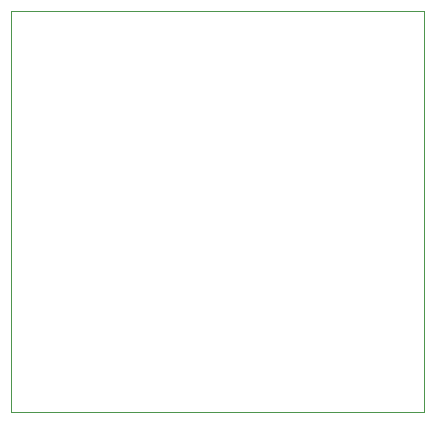
<source format=gbr>
%TF.GenerationSoftware,KiCad,Pcbnew,7.0.9*%
%TF.CreationDate,2024-03-28T09:14:24+03:00*%
%TF.ProjectId,MicroFlightController-v2,4d696372-6f46-46c6-9967-6874436f6e74,rev?*%
%TF.SameCoordinates,Original*%
%TF.FileFunction,Profile,NP*%
%FSLAX46Y46*%
G04 Gerber Fmt 4.6, Leading zero omitted, Abs format (unit mm)*
G04 Created by KiCad (PCBNEW 7.0.9) date 2024-03-28 09:14:24*
%MOMM*%
%LPD*%
G01*
G04 APERTURE LIST*
%TA.AperFunction,Profile*%
%ADD10C,0.100000*%
%TD*%
G04 APERTURE END LIST*
D10*
X131000000Y-81000000D02*
X166000000Y-81000000D01*
X166000000Y-115000000D01*
X131000000Y-115000000D01*
X131000000Y-81000000D01*
M02*

</source>
